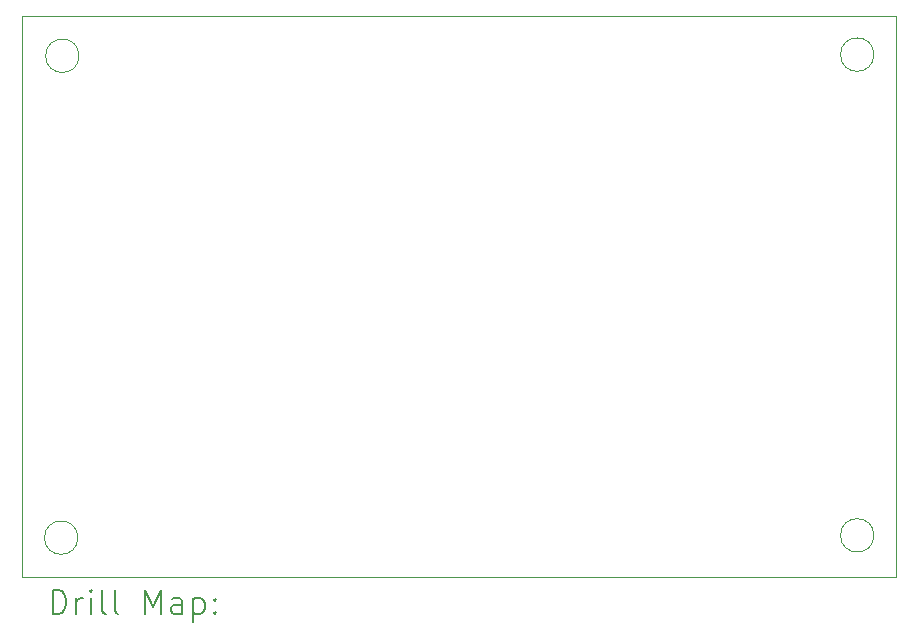
<source format=gbr>
%TF.GenerationSoftware,KiCad,Pcbnew,8.0.6*%
%TF.CreationDate,2024-11-16T21:15:43-08:00*%
%TF.ProjectId,CAN_adc,43414e5f-6164-4632-9e6b-696361645f70,rev?*%
%TF.SameCoordinates,Original*%
%TF.FileFunction,Drillmap*%
%TF.FilePolarity,Positive*%
%FSLAX45Y45*%
G04 Gerber Fmt 4.5, Leading zero omitted, Abs format (unit mm)*
G04 Created by KiCad (PCBNEW 8.0.6) date 2024-11-16 21:15:43*
%MOMM*%
%LPD*%
G01*
G04 APERTURE LIST*
%ADD10C,0.050000*%
%ADD11C,0.200000*%
G04 APERTURE END LIST*
D10*
X7481421Y-5340000D02*
G75*
G02*
X7198579Y-5340000I-141421J0D01*
G01*
X7198579Y-5340000D02*
G75*
G02*
X7481421Y-5340000I141421J0D01*
G01*
X14211421Y-9400000D02*
G75*
G02*
X13928579Y-9400000I-141421J0D01*
G01*
X13928579Y-9400000D02*
G75*
G02*
X14211421Y-9400000I141421J0D01*
G01*
X7471421Y-9420000D02*
G75*
G02*
X7188579Y-9420000I-141421J0D01*
G01*
X7188579Y-9420000D02*
G75*
G02*
X7471421Y-9420000I141421J0D01*
G01*
X14211421Y-5330000D02*
G75*
G02*
X13928579Y-5330000I-141421J0D01*
G01*
X13928579Y-5330000D02*
G75*
G02*
X14211421Y-5330000I141421J0D01*
G01*
X7000000Y-5000000D02*
X14400000Y-5000000D01*
X14400000Y-9750000D01*
X7000000Y-9750000D01*
X7000000Y-5000000D01*
D11*
X7258277Y-10063984D02*
X7258277Y-9863984D01*
X7258277Y-9863984D02*
X7305896Y-9863984D01*
X7305896Y-9863984D02*
X7334467Y-9873508D01*
X7334467Y-9873508D02*
X7353515Y-9892555D01*
X7353515Y-9892555D02*
X7363039Y-9911603D01*
X7363039Y-9911603D02*
X7372562Y-9949698D01*
X7372562Y-9949698D02*
X7372562Y-9978270D01*
X7372562Y-9978270D02*
X7363039Y-10016365D01*
X7363039Y-10016365D02*
X7353515Y-10035412D01*
X7353515Y-10035412D02*
X7334467Y-10054460D01*
X7334467Y-10054460D02*
X7305896Y-10063984D01*
X7305896Y-10063984D02*
X7258277Y-10063984D01*
X7458277Y-10063984D02*
X7458277Y-9930650D01*
X7458277Y-9968746D02*
X7467801Y-9949698D01*
X7467801Y-9949698D02*
X7477324Y-9940174D01*
X7477324Y-9940174D02*
X7496372Y-9930650D01*
X7496372Y-9930650D02*
X7515420Y-9930650D01*
X7582086Y-10063984D02*
X7582086Y-9930650D01*
X7582086Y-9863984D02*
X7572562Y-9873508D01*
X7572562Y-9873508D02*
X7582086Y-9883031D01*
X7582086Y-9883031D02*
X7591610Y-9873508D01*
X7591610Y-9873508D02*
X7582086Y-9863984D01*
X7582086Y-9863984D02*
X7582086Y-9883031D01*
X7705896Y-10063984D02*
X7686848Y-10054460D01*
X7686848Y-10054460D02*
X7677324Y-10035412D01*
X7677324Y-10035412D02*
X7677324Y-9863984D01*
X7810658Y-10063984D02*
X7791610Y-10054460D01*
X7791610Y-10054460D02*
X7782086Y-10035412D01*
X7782086Y-10035412D02*
X7782086Y-9863984D01*
X8039229Y-10063984D02*
X8039229Y-9863984D01*
X8039229Y-9863984D02*
X8105896Y-10006841D01*
X8105896Y-10006841D02*
X8172562Y-9863984D01*
X8172562Y-9863984D02*
X8172562Y-10063984D01*
X8353515Y-10063984D02*
X8353515Y-9959222D01*
X8353515Y-9959222D02*
X8343991Y-9940174D01*
X8343991Y-9940174D02*
X8324943Y-9930650D01*
X8324943Y-9930650D02*
X8286848Y-9930650D01*
X8286848Y-9930650D02*
X8267801Y-9940174D01*
X8353515Y-10054460D02*
X8334467Y-10063984D01*
X8334467Y-10063984D02*
X8286848Y-10063984D01*
X8286848Y-10063984D02*
X8267801Y-10054460D01*
X8267801Y-10054460D02*
X8258277Y-10035412D01*
X8258277Y-10035412D02*
X8258277Y-10016365D01*
X8258277Y-10016365D02*
X8267801Y-9997317D01*
X8267801Y-9997317D02*
X8286848Y-9987793D01*
X8286848Y-9987793D02*
X8334467Y-9987793D01*
X8334467Y-9987793D02*
X8353515Y-9978270D01*
X8448753Y-9930650D02*
X8448753Y-10130650D01*
X8448753Y-9940174D02*
X8467801Y-9930650D01*
X8467801Y-9930650D02*
X8505896Y-9930650D01*
X8505896Y-9930650D02*
X8524944Y-9940174D01*
X8524944Y-9940174D02*
X8534467Y-9949698D01*
X8534467Y-9949698D02*
X8543991Y-9968746D01*
X8543991Y-9968746D02*
X8543991Y-10025889D01*
X8543991Y-10025889D02*
X8534467Y-10044936D01*
X8534467Y-10044936D02*
X8524944Y-10054460D01*
X8524944Y-10054460D02*
X8505896Y-10063984D01*
X8505896Y-10063984D02*
X8467801Y-10063984D01*
X8467801Y-10063984D02*
X8448753Y-10054460D01*
X8629705Y-10044936D02*
X8639229Y-10054460D01*
X8639229Y-10054460D02*
X8629705Y-10063984D01*
X8629705Y-10063984D02*
X8620182Y-10054460D01*
X8620182Y-10054460D02*
X8629705Y-10044936D01*
X8629705Y-10044936D02*
X8629705Y-10063984D01*
X8629705Y-9940174D02*
X8639229Y-9949698D01*
X8639229Y-9949698D02*
X8629705Y-9959222D01*
X8629705Y-9959222D02*
X8620182Y-9949698D01*
X8620182Y-9949698D02*
X8629705Y-9940174D01*
X8629705Y-9940174D02*
X8629705Y-9959222D01*
M02*

</source>
